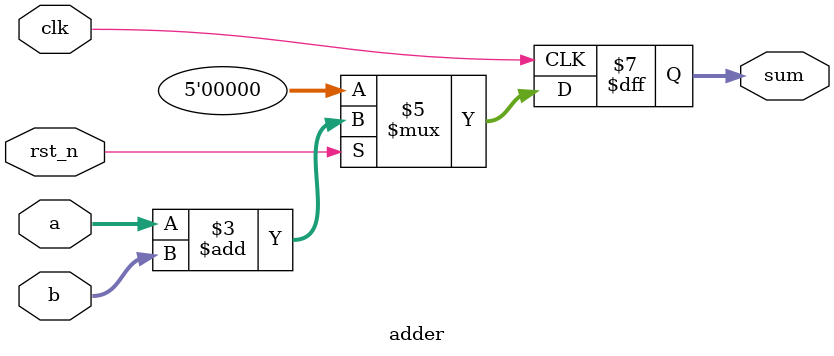
<source format=sv>
module adder(
    input logic clk,
    input logic rst_n,
    input logic [3:0] a,
    input logic [3:0] b,
    output logic [4:0] sum
);
    always @(posedge clk) begin
        if(!rst_n)
            sum <= '0;
        else
            sum <= a + b;
    end
endmodule
</source>
